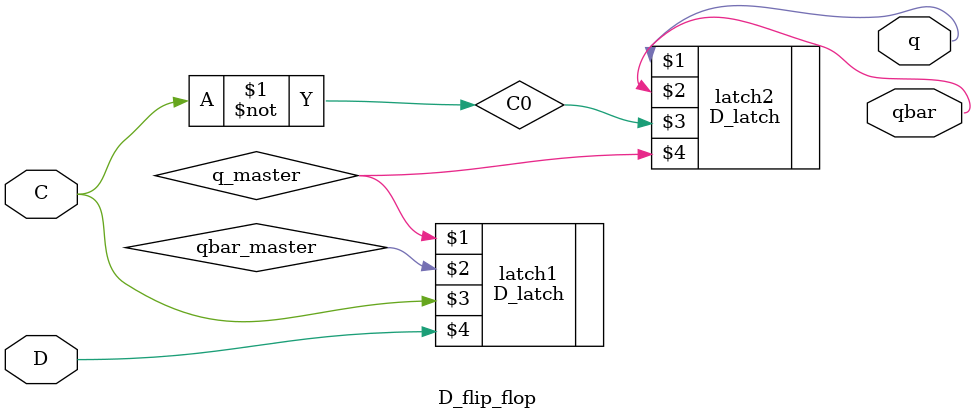
<source format=v>
`include "D_latch.v"

module D_flip_flop(q, qbar, C, D);
    output q, qbar;
    input C, D;

    wire C0, q_master, qbar_master;

    not (C0, C);

    D_latch latch1(q_master, qbar_master, C, D);
    D_latch latch2(q, qbar, C0, q_master);

endmodule
</source>
